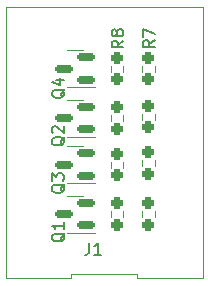
<source format=gto>
G04 #@! TF.GenerationSoftware,KiCad,Pcbnew,(6.0.0)*
G04 #@! TF.CreationDate,2022-03-05T18:05:18-06:00*
G04 #@! TF.ProjectId,Clearpath MotorDriver Mosfet,436c6561-7270-4617-9468-204d6f746f72,rev?*
G04 #@! TF.SameCoordinates,Original*
G04 #@! TF.FileFunction,Legend,Top*
G04 #@! TF.FilePolarity,Positive*
%FSLAX46Y46*%
G04 Gerber Fmt 4.6, Leading zero omitted, Abs format (unit mm)*
G04 Created by KiCad (PCBNEW (6.0.0)) date 2022-03-05 18:05:18*
%MOMM*%
%LPD*%
G01*
G04 APERTURE LIST*
G04 Aperture macros list*
%AMRoundRect*
0 Rectangle with rounded corners*
0 $1 Rounding radius*
0 $2 $3 $4 $5 $6 $7 $8 $9 X,Y pos of 4 corners*
0 Add a 4 corners polygon primitive as box body*
4,1,4,$2,$3,$4,$5,$6,$7,$8,$9,$2,$3,0*
0 Add four circle primitives for the rounded corners*
1,1,$1+$1,$2,$3*
1,1,$1+$1,$4,$5*
1,1,$1+$1,$6,$7*
1,1,$1+$1,$8,$9*
0 Add four rect primitives between the rounded corners*
20,1,$1+$1,$2,$3,$4,$5,0*
20,1,$1+$1,$4,$5,$6,$7,0*
20,1,$1+$1,$6,$7,$8,$9,0*
20,1,$1+$1,$8,$9,$2,$3,0*%
G04 Aperture macros list end*
%ADD10C,0.150000*%
%ADD11C,0.120000*%
%ADD12RoundRect,0.150000X0.587500X0.150000X-0.587500X0.150000X-0.587500X-0.150000X0.587500X-0.150000X0*%
%ADD13RoundRect,0.237500X-0.237500X0.250000X-0.237500X-0.250000X0.237500X-0.250000X0.237500X0.250000X0*%
%ADD14RoundRect,0.237500X0.237500X-0.250000X0.237500X0.250000X-0.237500X0.250000X-0.237500X-0.250000X0*%
%ADD15R,2.000000X1.200000*%
%ADD16O,2.000000X1.200000*%
%ADD17C,1.524000*%
G04 APERTURE END LIST*
D10*
X95027619Y-97335238D02*
X94980000Y-97430476D01*
X94884761Y-97525714D01*
X94741904Y-97668571D01*
X94694285Y-97763809D01*
X94694285Y-97859047D01*
X94932380Y-97811428D02*
X94884761Y-97906666D01*
X94789523Y-98001904D01*
X94599047Y-98049523D01*
X94265714Y-98049523D01*
X94075238Y-98001904D01*
X93980000Y-97906666D01*
X93932380Y-97811428D01*
X93932380Y-97620952D01*
X93980000Y-97525714D01*
X94075238Y-97430476D01*
X94265714Y-97382857D01*
X94599047Y-97382857D01*
X94789523Y-97430476D01*
X94884761Y-97525714D01*
X94932380Y-97620952D01*
X94932380Y-97811428D01*
X94027619Y-97001904D02*
X93980000Y-96954285D01*
X93932380Y-96859047D01*
X93932380Y-96620952D01*
X93980000Y-96525714D01*
X94027619Y-96478095D01*
X94122857Y-96430476D01*
X94218095Y-96430476D01*
X94360952Y-96478095D01*
X94932380Y-97049523D01*
X94932380Y-96430476D01*
X95047619Y-93305238D02*
X95000000Y-93400476D01*
X94904761Y-93495714D01*
X94761904Y-93638571D01*
X94714285Y-93733809D01*
X94714285Y-93829047D01*
X94952380Y-93781428D02*
X94904761Y-93876666D01*
X94809523Y-93971904D01*
X94619047Y-94019523D01*
X94285714Y-94019523D01*
X94095238Y-93971904D01*
X94000000Y-93876666D01*
X93952380Y-93781428D01*
X93952380Y-93590952D01*
X94000000Y-93495714D01*
X94095238Y-93400476D01*
X94285714Y-93352857D01*
X94619047Y-93352857D01*
X94809523Y-93400476D01*
X94904761Y-93495714D01*
X94952380Y-93590952D01*
X94952380Y-93781428D01*
X94285714Y-92495714D02*
X94952380Y-92495714D01*
X93904761Y-92733809D02*
X94619047Y-92971904D01*
X94619047Y-92352857D01*
X95037619Y-105475238D02*
X94990000Y-105570476D01*
X94894761Y-105665714D01*
X94751904Y-105808571D01*
X94704285Y-105903809D01*
X94704285Y-105999047D01*
X94942380Y-105951428D02*
X94894761Y-106046666D01*
X94799523Y-106141904D01*
X94609047Y-106189523D01*
X94275714Y-106189523D01*
X94085238Y-106141904D01*
X93990000Y-106046666D01*
X93942380Y-105951428D01*
X93942380Y-105760952D01*
X93990000Y-105665714D01*
X94085238Y-105570476D01*
X94275714Y-105522857D01*
X94609047Y-105522857D01*
X94799523Y-105570476D01*
X94894761Y-105665714D01*
X94942380Y-105760952D01*
X94942380Y-105951428D01*
X94942380Y-104570476D02*
X94942380Y-105141904D01*
X94942380Y-104856190D02*
X93942380Y-104856190D01*
X94085238Y-104951428D01*
X94180476Y-105046666D01*
X94228095Y-105141904D01*
X95027619Y-101335238D02*
X94980000Y-101430476D01*
X94884761Y-101525714D01*
X94741904Y-101668571D01*
X94694285Y-101763809D01*
X94694285Y-101859047D01*
X94932380Y-101811428D02*
X94884761Y-101906666D01*
X94789523Y-102001904D01*
X94599047Y-102049523D01*
X94265714Y-102049523D01*
X94075238Y-102001904D01*
X93980000Y-101906666D01*
X93932380Y-101811428D01*
X93932380Y-101620952D01*
X93980000Y-101525714D01*
X94075238Y-101430476D01*
X94265714Y-101382857D01*
X94599047Y-101382857D01*
X94789523Y-101430476D01*
X94884761Y-101525714D01*
X94932380Y-101620952D01*
X94932380Y-101811428D01*
X93932380Y-101049523D02*
X93932380Y-100430476D01*
X94313333Y-100763809D01*
X94313333Y-100620952D01*
X94360952Y-100525714D01*
X94408571Y-100478095D01*
X94503809Y-100430476D01*
X94741904Y-100430476D01*
X94837142Y-100478095D01*
X94884761Y-100525714D01*
X94932380Y-100620952D01*
X94932380Y-100906666D01*
X94884761Y-101001904D01*
X94837142Y-101049523D01*
X97086666Y-106312380D02*
X97086666Y-107026666D01*
X97039047Y-107169523D01*
X96943809Y-107264761D01*
X96800952Y-107312380D01*
X96705714Y-107312380D01*
X98086666Y-107312380D02*
X97515238Y-107312380D01*
X97800952Y-107312380D02*
X97800952Y-106312380D01*
X97705714Y-106455238D01*
X97610476Y-106550476D01*
X97515238Y-106598095D01*
X102642380Y-89176666D02*
X102166190Y-89510000D01*
X102642380Y-89748095D02*
X101642380Y-89748095D01*
X101642380Y-89367142D01*
X101690000Y-89271904D01*
X101737619Y-89224285D01*
X101832857Y-89176666D01*
X101975714Y-89176666D01*
X102070952Y-89224285D01*
X102118571Y-89271904D01*
X102166190Y-89367142D01*
X102166190Y-89748095D01*
X101642380Y-88843333D02*
X101642380Y-88176666D01*
X102642380Y-88605238D01*
X99992380Y-89196666D02*
X99516190Y-89530000D01*
X99992380Y-89768095D02*
X98992380Y-89768095D01*
X98992380Y-89387142D01*
X99040000Y-89291904D01*
X99087619Y-89244285D01*
X99182857Y-89196666D01*
X99325714Y-89196666D01*
X99420952Y-89244285D01*
X99468571Y-89291904D01*
X99516190Y-89387142D01*
X99516190Y-89768095D01*
X99420952Y-88625238D02*
X99373333Y-88720476D01*
X99325714Y-88768095D01*
X99230476Y-88815714D01*
X99182857Y-88815714D01*
X99087619Y-88768095D01*
X99040000Y-88720476D01*
X98992380Y-88625238D01*
X98992380Y-88434761D01*
X99040000Y-88339523D01*
X99087619Y-88291904D01*
X99182857Y-88244285D01*
X99230476Y-88244285D01*
X99325714Y-88291904D01*
X99373333Y-88339523D01*
X99420952Y-88434761D01*
X99420952Y-88625238D01*
X99468571Y-88720476D01*
X99516190Y-88768095D01*
X99611428Y-88815714D01*
X99801904Y-88815714D01*
X99897142Y-88768095D01*
X99944761Y-88720476D01*
X99992380Y-88625238D01*
X99992380Y-88434761D01*
X99944761Y-88339523D01*
X99897142Y-88291904D01*
X99801904Y-88244285D01*
X99611428Y-88244285D01*
X99516190Y-88291904D01*
X99468571Y-88339523D01*
X99420952Y-88434761D01*
D11*
X95885000Y-94198000D02*
X95235000Y-94198000D01*
X95885000Y-97318000D02*
X95235000Y-97318000D01*
X95885000Y-94198000D02*
X96535000Y-94198000D01*
X95885000Y-97318000D02*
X97560000Y-97318000D01*
X102630500Y-103631276D02*
X102630500Y-104140724D01*
X101585500Y-103631276D02*
X101585500Y-104140724D01*
X102630500Y-99313276D02*
X102630500Y-99822724D01*
X101585500Y-99313276D02*
X101585500Y-99822724D01*
X95885000Y-90007000D02*
X95235000Y-90007000D01*
X95885000Y-90007000D02*
X96535000Y-90007000D01*
X95885000Y-93127000D02*
X95235000Y-93127000D01*
X95885000Y-93127000D02*
X97560000Y-93127000D01*
X95885000Y-105446000D02*
X95235000Y-105446000D01*
X95885000Y-102326000D02*
X96535000Y-102326000D01*
X95885000Y-105446000D02*
X97560000Y-105446000D01*
X95885000Y-102326000D02*
X95235000Y-102326000D01*
X98918500Y-99949724D02*
X98918500Y-99440276D01*
X99963500Y-99949724D02*
X99963500Y-99440276D01*
X98918500Y-104140724D02*
X98918500Y-103631276D01*
X99963500Y-104140724D02*
X99963500Y-103631276D01*
X95885000Y-101255000D02*
X97560000Y-101255000D01*
X95885000Y-98135000D02*
X96535000Y-98135000D01*
X95885000Y-98135000D02*
X95235000Y-98135000D01*
X95885000Y-101255000D02*
X95235000Y-101255000D01*
X99963500Y-96012724D02*
X99963500Y-95503276D01*
X98918500Y-96012724D02*
X98918500Y-95503276D01*
X106722999Y-109326000D02*
X106723000Y-86346000D01*
X101156333Y-108966000D02*
X101156333Y-109326000D01*
X90023000Y-109326000D02*
X95589667Y-109326000D01*
X95589667Y-108966000D02*
X101156333Y-108966000D01*
X95589667Y-109326000D02*
X95589667Y-108966000D01*
X90023001Y-86346000D02*
X90023000Y-109326000D01*
X106723000Y-86346000D02*
X90023001Y-86346000D01*
X101156333Y-109326000D02*
X106722999Y-109326000D01*
X102630500Y-91312276D02*
X102630500Y-91821724D01*
X101585500Y-91312276D02*
X101585500Y-91821724D01*
X101585500Y-95376276D02*
X101585500Y-95885724D01*
X102630500Y-95376276D02*
X102630500Y-95885724D01*
X98918500Y-91821724D02*
X98918500Y-91312276D01*
X99963500Y-91821724D02*
X99963500Y-91312276D01*
%LPC*%
D12*
X96822500Y-96708000D03*
X96822500Y-94808000D03*
X94947500Y-95758000D03*
D13*
X102108000Y-102973500D03*
X102108000Y-104798500D03*
X102108000Y-98655500D03*
X102108000Y-100480500D03*
D12*
X96822500Y-92517000D03*
X96822500Y-90617000D03*
X94947500Y-91567000D03*
X96822500Y-104836000D03*
X96822500Y-102936000D03*
X94947500Y-103886000D03*
D14*
X99441000Y-100607500D03*
X99441000Y-98782500D03*
X99441000Y-104798500D03*
X99441000Y-102973500D03*
D12*
X96822500Y-100645000D03*
X96822500Y-98745000D03*
X94947500Y-99695000D03*
D14*
X99441000Y-96670500D03*
X99441000Y-94845500D03*
D15*
X104723000Y-106726000D03*
D16*
X104723000Y-104186000D03*
X104723000Y-101646000D03*
X104723000Y-99106000D03*
X104723000Y-96566000D03*
X104723000Y-94026000D03*
X104723000Y-91486000D03*
X104723000Y-88946000D03*
X92023000Y-88946000D03*
X92023000Y-91486000D03*
X92023000Y-94026000D03*
X92023000Y-96566000D03*
X92023000Y-99106000D03*
X92023000Y-101646000D03*
X92023000Y-104186000D03*
X92023000Y-106726000D03*
D17*
X99643000Y-106726000D03*
X102183000Y-106726000D03*
D13*
X102108000Y-90654500D03*
X102108000Y-92479500D03*
X102108000Y-94718500D03*
X102108000Y-96543500D03*
D14*
X99441000Y-92479500D03*
X99441000Y-90654500D03*
M02*

</source>
